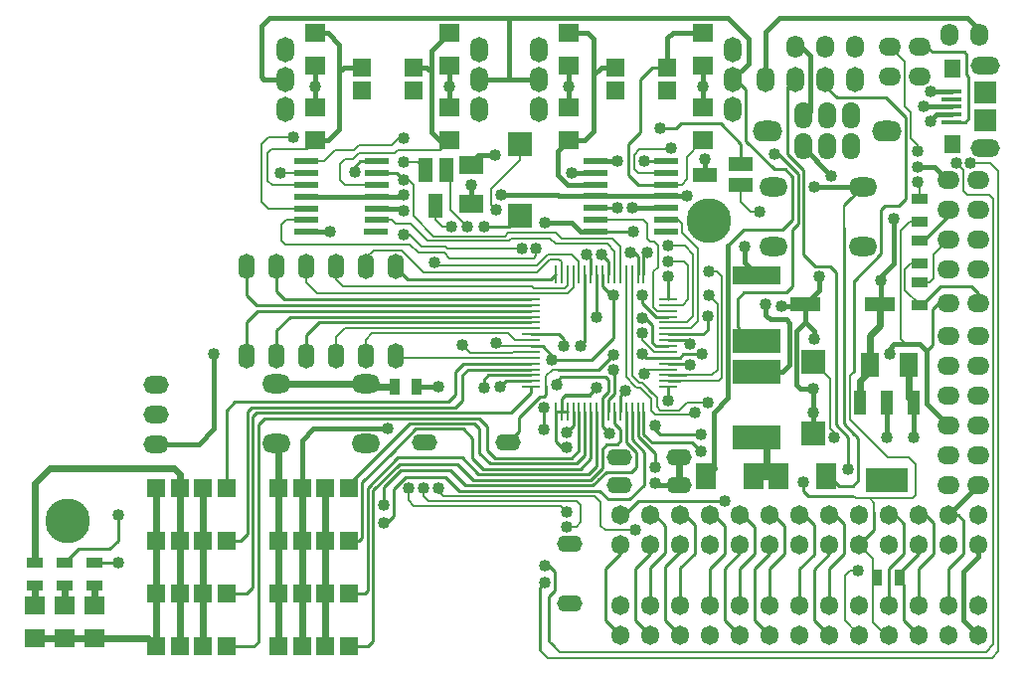
<source format=gtl>
G04 (created by PCBNEW (2013-07-07 BZR 4022)-stable) date 9/7/2556 23:50:31*
%MOIN*%
G04 Gerber Fmt 3.4, Leading zero omitted, Abs format*
%FSLAX34Y34*%
G01*
G70*
G90*
G04 APERTURE LIST*
%ADD10C,0.00590551*%
%ADD11O,0.06X0.065*%
%ADD12C,0.15*%
%ADD13O,0.06X0.085*%
%ADD14R,0.0709X0.0629*%
%ADD15O,0.085X0.055*%
%ADD16O,0.095X0.064*%
%ADD17O,0.06X0.09*%
%ADD18O,0.1X0.07*%
%ADD19R,0.01X0.06*%
%ADD20R,0.06X0.01*%
%ADD21O,0.055X0.085*%
%ADD22R,0.144X0.08*%
%ADD23R,0.04X0.08*%
%ADD24R,0.0787X0.0197*%
%ADD25O,0.085X0.06*%
%ADD26R,0.0787X0.0787*%
%ADD27O,0.075X0.06*%
%ADD28R,0.045X0.08*%
%ADD29R,0.08X0.045*%
%ADD30R,0.055X0.035*%
%ADD31R,0.16X0.08*%
%ADD32R,0.0709X0.0866*%
%ADD33R,0.0984X0.0472*%
%ADD34R,0.08X0.06*%
%ADD35R,0.06X0.08*%
%ADD36R,0.16X0.06*%
%ADD37R,0.035X0.055*%
%ADD38R,0.07X0.0157*%
%ADD39R,0.0551X0.063*%
%ADD40R,0.0748X0.0748*%
%ADD41O,0.0984X0.0594*%
%ADD42O,0.0984X0.06*%
%ADD43R,0.063X0.063*%
%ADD44O,0.06X0.075*%
%ADD45C,0.04*%
%ADD46C,0.01*%
%ADD47C,0.024*%
%ADD48C,0.008*%
%ADD49C,0.015*%
G04 APERTURE END LIST*
G54D10*
G54D11*
X71949Y-48170D03*
X71949Y-49170D03*
X70949Y-48170D03*
X70949Y-49170D03*
X69949Y-48170D03*
X69949Y-49170D03*
X68949Y-48170D03*
X68949Y-49170D03*
X67949Y-48170D03*
X67949Y-49170D03*
X66949Y-48170D03*
X66949Y-49170D03*
X65949Y-48170D03*
X65949Y-49170D03*
X64949Y-48170D03*
X64949Y-49170D03*
X63949Y-48170D03*
X63949Y-49170D03*
X62949Y-48170D03*
X62949Y-49170D03*
X61949Y-48170D03*
X61949Y-49170D03*
X60949Y-48170D03*
X60949Y-49170D03*
X59949Y-48170D03*
X59949Y-49170D03*
G54D12*
X41402Y-45342D03*
X62898Y-35283D03*
G54D13*
X64820Y-30520D03*
X65820Y-30520D03*
X66820Y-30520D03*
X67820Y-30520D03*
G54D14*
X40320Y-48161D03*
X40320Y-49279D03*
G54D15*
X58246Y-48116D03*
X58246Y-46116D03*
G54D16*
X68070Y-34120D03*
X68070Y-36120D03*
X65070Y-34120D03*
X65070Y-36120D03*
G54D17*
X67670Y-31750D03*
X67670Y-32770D03*
X66870Y-31750D03*
X66870Y-32770D03*
X66070Y-31750D03*
X66070Y-32770D03*
G54D18*
X64870Y-32260D03*
X68870Y-32260D03*
G54D15*
X61914Y-43204D03*
X59914Y-43204D03*
G54D14*
X41320Y-48161D03*
X41320Y-49279D03*
X42320Y-48161D03*
X42320Y-49279D03*
G54D19*
X59743Y-37071D03*
X59548Y-37071D03*
X59353Y-37071D03*
X59153Y-37071D03*
X58958Y-37071D03*
X58763Y-37071D03*
X58563Y-37071D03*
X58368Y-37071D03*
X58173Y-37071D03*
X57973Y-37071D03*
X57778Y-37071D03*
X59743Y-41671D03*
X59548Y-41671D03*
X59353Y-41671D03*
X59153Y-41671D03*
X58958Y-41671D03*
X58763Y-41671D03*
X58563Y-41671D03*
X58368Y-41671D03*
X58173Y-41671D03*
X57973Y-41671D03*
X57778Y-41671D03*
G54D20*
X61553Y-37896D03*
X61553Y-38091D03*
X61553Y-38291D03*
X61553Y-38486D03*
X61553Y-38681D03*
X61553Y-38881D03*
X61553Y-39076D03*
X61553Y-39271D03*
X61553Y-39471D03*
X61553Y-39666D03*
X61553Y-39861D03*
X56953Y-39861D03*
X56953Y-39666D03*
X56953Y-39471D03*
X56953Y-39271D03*
X56953Y-39076D03*
X56953Y-38881D03*
X56953Y-38681D03*
X56953Y-38486D03*
X56953Y-38291D03*
X56953Y-38091D03*
X56953Y-37896D03*
X56953Y-40061D03*
X56953Y-40256D03*
X56953Y-40451D03*
X56953Y-40651D03*
X56953Y-40846D03*
X61553Y-40846D03*
X61553Y-40651D03*
X61553Y-40451D03*
X61553Y-40256D03*
X61553Y-40061D03*
G54D19*
X59943Y-41671D03*
X60138Y-41671D03*
X60333Y-41671D03*
X60533Y-41671D03*
X60728Y-41671D03*
X59943Y-37071D03*
X60138Y-37071D03*
X60333Y-37071D03*
X60533Y-37071D03*
X60728Y-37071D03*
G54D21*
X52423Y-36816D03*
X47423Y-36816D03*
X47423Y-39808D03*
X52423Y-39808D03*
X51423Y-39808D03*
X50423Y-39808D03*
X49423Y-39808D03*
X48423Y-39808D03*
X51423Y-36816D03*
X50423Y-36816D03*
X49423Y-36816D03*
X48423Y-36816D03*
G54D22*
X68880Y-43980D03*
G54D23*
X68880Y-41380D03*
X67980Y-41380D03*
X69780Y-41380D03*
G54D13*
X63720Y-31520D03*
X63720Y-30520D03*
X63720Y-29520D03*
X57220Y-31520D03*
X57220Y-30520D03*
X57220Y-29520D03*
X55220Y-31520D03*
X55220Y-30520D03*
X55220Y-29520D03*
X48720Y-31520D03*
X48720Y-30520D03*
X48720Y-29520D03*
G54D24*
X51763Y-35643D03*
X51764Y-35249D03*
X51764Y-34856D03*
X51764Y-34462D03*
X51764Y-34068D03*
X51764Y-33674D03*
X51764Y-33281D03*
X49401Y-35643D03*
X49401Y-35249D03*
X49401Y-34856D03*
X49401Y-34462D03*
X49401Y-34068D03*
X49401Y-33674D03*
X49401Y-33281D03*
X61471Y-35631D03*
X61472Y-35237D03*
X61472Y-34844D03*
X61472Y-34450D03*
X61472Y-34056D03*
X61472Y-33662D03*
X61472Y-33269D03*
X59109Y-35631D03*
X59109Y-35237D03*
X59109Y-34844D03*
X59109Y-34450D03*
X59109Y-34056D03*
X59109Y-33662D03*
X59109Y-33269D03*
G54D25*
X44370Y-40760D03*
X44370Y-41760D03*
X44370Y-42760D03*
G54D26*
X56580Y-32700D03*
X56580Y-35100D03*
G54D15*
X61914Y-44136D03*
X59914Y-44136D03*
G54D27*
X70950Y-43150D03*
X70950Y-42150D03*
X70950Y-41150D03*
X70950Y-40150D03*
X70950Y-39150D03*
G54D28*
X53410Y-33581D03*
X54110Y-33581D03*
X53760Y-34781D03*
G54D29*
X63992Y-33373D03*
X63992Y-34073D03*
X62792Y-33723D03*
G54D30*
X69970Y-38095D03*
X69970Y-37345D03*
X69970Y-36695D03*
X69970Y-35945D03*
X41320Y-46745D03*
X41320Y-47495D03*
X42320Y-46745D03*
X42320Y-47495D03*
G54D27*
X71946Y-33906D03*
X71946Y-34906D03*
X71946Y-35906D03*
X71946Y-36906D03*
G54D30*
X69970Y-35295D03*
X69970Y-34545D03*
G54D31*
X64526Y-40348D03*
X64526Y-42548D03*
G54D27*
X69970Y-30420D03*
X69970Y-29420D03*
X71948Y-38028D03*
X70948Y-38028D03*
G54D14*
X58220Y-28961D03*
X58220Y-30079D03*
X62720Y-28961D03*
X62720Y-30079D03*
G54D32*
X66836Y-43828D03*
X65256Y-43828D03*
X64410Y-43820D03*
X62830Y-43820D03*
G54D33*
X68660Y-38060D03*
X66160Y-38060D03*
G54D34*
X54957Y-33405D03*
X54957Y-34705D03*
G54D35*
X69614Y-40118D03*
X68314Y-40118D03*
G54D26*
X66416Y-40002D03*
X66416Y-42402D03*
G54D14*
X49720Y-28961D03*
X49720Y-30079D03*
X54220Y-28961D03*
X54220Y-30079D03*
G54D31*
X64530Y-39290D03*
G54D36*
X64530Y-37090D03*
G54D16*
X48420Y-42720D03*
X48420Y-40720D03*
X51420Y-42720D03*
X51420Y-40720D03*
G54D37*
X53129Y-40838D03*
X52379Y-40838D03*
G54D11*
X71951Y-45149D03*
X71951Y-46149D03*
X70951Y-45149D03*
X70951Y-46149D03*
X69951Y-45149D03*
X69951Y-46149D03*
X68951Y-45149D03*
X68951Y-46149D03*
X67951Y-45149D03*
X67951Y-46149D03*
X66951Y-45149D03*
X66951Y-46149D03*
X65951Y-45149D03*
X65951Y-46149D03*
X64951Y-45149D03*
X64951Y-46149D03*
X63951Y-45149D03*
X63951Y-46149D03*
X62951Y-45149D03*
X62951Y-46149D03*
X61951Y-45149D03*
X61951Y-46149D03*
X60951Y-45149D03*
X60951Y-46149D03*
X59951Y-45149D03*
X59951Y-46149D03*
G54D14*
X49720Y-31461D03*
X49720Y-32579D03*
X54220Y-31461D03*
X54220Y-32579D03*
X58220Y-31461D03*
X58220Y-32579D03*
X62720Y-31461D03*
X62720Y-32579D03*
G54D38*
X71050Y-31444D03*
X71050Y-31188D03*
X71050Y-31700D03*
X71050Y-31956D03*
X71050Y-30932D03*
G54D39*
X71090Y-32704D03*
X71090Y-30184D03*
G54D40*
X72192Y-31916D03*
X72192Y-30972D03*
G54D41*
X72192Y-32822D03*
G54D42*
X72192Y-30066D03*
G54D27*
X68970Y-29420D03*
X68970Y-30420D03*
G54D15*
X56183Y-42714D03*
X53383Y-42714D03*
G54D43*
X50850Y-47775D03*
X50063Y-47775D03*
X49275Y-47775D03*
X48488Y-47775D03*
X50850Y-49550D03*
X50063Y-49550D03*
X49275Y-49550D03*
X48488Y-49550D03*
X61520Y-30120D03*
X61520Y-30907D03*
G54D37*
X68556Y-47226D03*
X69306Y-47226D03*
G54D30*
X40320Y-46745D03*
X40320Y-47495D03*
G54D27*
X70947Y-44150D03*
X71947Y-44150D03*
G54D43*
X51270Y-30120D03*
X51270Y-30907D03*
X53020Y-30120D03*
X53020Y-30907D03*
X59770Y-30120D03*
X59770Y-30907D03*
X46750Y-44225D03*
X45963Y-44225D03*
X45175Y-44225D03*
X44388Y-44225D03*
X46750Y-46000D03*
X45963Y-46000D03*
X45175Y-46000D03*
X44388Y-46000D03*
X46750Y-47775D03*
X45963Y-47775D03*
X45175Y-47775D03*
X44388Y-47775D03*
X46750Y-49550D03*
X45963Y-49550D03*
X45175Y-49550D03*
X44388Y-49550D03*
X50850Y-44225D03*
X50063Y-44225D03*
X49275Y-44225D03*
X48488Y-44225D03*
X50850Y-46000D03*
X50063Y-46000D03*
X49275Y-46000D03*
X48488Y-46000D03*
G54D27*
X70952Y-33906D03*
X70952Y-34906D03*
X70952Y-35906D03*
X70952Y-36906D03*
G54D44*
X65820Y-29420D03*
X66820Y-29420D03*
X67820Y-29420D03*
X70970Y-29020D03*
X71970Y-29020D03*
G54D27*
X71950Y-43150D03*
X71950Y-42150D03*
X71950Y-41150D03*
X71950Y-40150D03*
X71950Y-39150D03*
G54D45*
X58152Y-42874D03*
X60670Y-39720D03*
X68880Y-42546D03*
X54957Y-34056D03*
X52848Y-44241D03*
X62684Y-39741D03*
X59153Y-38505D03*
X52140Y-42240D03*
X53832Y-40838D03*
X58145Y-45020D03*
X59703Y-40266D03*
X68964Y-39742D03*
X67118Y-42544D03*
X59160Y-40881D03*
X46320Y-39735D03*
X62792Y-33198D03*
X68667Y-37266D03*
X69120Y-35187D03*
X64818Y-38067D03*
X67019Y-33755D03*
X54266Y-35456D03*
X53715Y-36681D03*
X54804Y-35463D03*
X48561Y-33675D03*
X56640Y-36195D03*
X59316Y-36393D03*
X52673Y-35721D03*
X58830Y-36393D03*
X57129Y-36201D03*
X52668Y-33906D03*
X58314Y-33660D03*
X60670Y-37770D03*
X61638Y-32844D03*
X61554Y-36098D03*
X64620Y-34970D03*
X61554Y-36648D03*
X55776Y-39374D03*
X53856Y-44247D03*
X60375Y-35631D03*
X57661Y-39931D03*
X59577Y-42405D03*
X63456Y-44676D03*
X70353Y-30929D03*
X66417Y-41694D03*
X62290Y-39410D03*
X65351Y-38129D03*
X66459Y-39225D03*
X69780Y-42544D03*
X69920Y-33456D03*
X66628Y-37136D03*
X66459Y-34119D03*
X50199Y-35643D03*
X55782Y-34902D03*
X51032Y-33624D03*
X59716Y-37767D03*
X58154Y-42363D03*
X60445Y-45647D03*
X61120Y-44070D03*
X57408Y-35334D03*
X55756Y-33082D03*
X60736Y-33268D03*
X57798Y-40766D03*
X66420Y-40916D03*
X58145Y-45520D03*
X60762Y-40398D03*
X53345Y-44220D03*
X60847Y-36343D03*
X55366Y-40870D03*
X70106Y-31446D03*
X71208Y-33320D03*
X57417Y-46845D03*
X71694Y-33330D03*
X55926Y-40851D03*
X57416Y-47399D03*
X70353Y-31932D03*
X58617Y-39456D03*
X52000Y-44800D03*
X43107Y-45144D03*
X52000Y-45400D03*
X43107Y-46746D03*
X48983Y-32463D03*
X52668Y-34952D03*
X59853Y-34848D03*
X60341Y-34848D03*
X62637Y-42444D03*
X61120Y-42120D03*
X58049Y-39454D03*
X62446Y-41716D03*
X62868Y-41356D03*
X65112Y-33024D03*
X54642Y-39431D03*
X55377Y-35466D03*
X60670Y-39020D03*
X60670Y-38520D03*
X61553Y-41292D03*
X59703Y-39759D03*
X61553Y-37141D03*
X69918Y-33975D03*
X61292Y-32165D03*
X59855Y-33273D03*
X52668Y-32502D03*
X52668Y-33318D03*
X58220Y-30770D03*
X62720Y-30770D03*
X54220Y-30770D03*
X49720Y-30770D03*
X62874Y-38478D03*
X62289Y-40095D03*
X62640Y-43012D03*
X66084Y-44036D03*
X60288Y-36352D03*
X62902Y-36953D03*
X62906Y-37769D03*
X60120Y-40970D03*
X57369Y-42279D03*
X57370Y-41546D03*
X67928Y-46991D03*
X61120Y-43520D03*
X67587Y-43596D03*
X69921Y-32946D03*
X62181Y-34439D03*
X55936Y-34394D03*
X52671Y-34395D03*
X64098Y-36126D03*
G54D46*
X61553Y-39861D02*
X61934Y-39861D01*
G54D47*
X43700Y-43582D02*
X44982Y-43582D01*
G54D48*
X69970Y-35295D02*
X69650Y-35295D01*
G54D47*
X49275Y-44225D02*
X49275Y-46000D01*
G54D46*
X59740Y-40814D02*
X59740Y-41072D01*
G54D49*
X70215Y-39722D02*
X70215Y-39645D01*
G54D48*
X69650Y-35295D02*
X69332Y-35613D01*
G54D46*
X59740Y-40303D02*
X59703Y-40266D01*
G54D48*
X66975Y-40561D02*
X66416Y-40002D01*
X53020Y-44820D02*
X57945Y-44820D01*
G54D49*
X69108Y-39414D02*
X69500Y-39414D01*
G54D46*
X70420Y-38220D02*
X70420Y-39440D01*
X59740Y-40814D02*
X59740Y-40303D01*
G54D48*
X69332Y-35613D02*
X69332Y-38276D01*
G54D46*
X57973Y-41239D02*
X58086Y-41126D01*
X62054Y-39741D02*
X62684Y-39741D01*
G54D47*
X49275Y-47775D02*
X49275Y-49550D01*
G54D46*
X60811Y-39861D02*
X60670Y-39720D01*
G54D48*
X66975Y-42240D02*
X66975Y-41979D01*
G54D46*
X57973Y-41239D02*
X58100Y-41112D01*
X57973Y-41239D02*
X58100Y-41112D01*
G54D49*
X68964Y-39742D02*
X68964Y-39558D01*
G54D48*
X69332Y-38276D02*
X69332Y-39246D01*
G54D47*
X45175Y-43775D02*
X45175Y-44225D01*
G54D46*
X58173Y-41671D02*
X57973Y-41671D01*
G54D47*
X45175Y-47775D02*
X45175Y-49550D01*
X45175Y-46000D02*
X45175Y-47775D01*
G54D46*
X58100Y-41112D02*
X58929Y-41112D01*
X57778Y-41671D02*
X57778Y-42658D01*
G54D48*
X67118Y-42383D02*
X66975Y-42240D01*
G54D47*
X44856Y-43582D02*
X43700Y-43582D01*
G54D48*
X69332Y-39246D02*
X69500Y-39414D01*
G54D46*
X58929Y-41112D02*
X59160Y-40881D01*
X59740Y-41072D02*
X59545Y-41267D01*
G54D47*
X49275Y-46000D02*
X49275Y-47775D01*
X40320Y-46745D02*
X40320Y-44070D01*
G54D48*
X52848Y-44241D02*
X52848Y-44648D01*
G54D46*
X70420Y-39440D02*
X70215Y-39645D01*
X70948Y-38028D02*
X70612Y-38028D01*
G54D49*
X50200Y-42240D02*
X49660Y-42240D01*
G54D46*
X57994Y-42874D02*
X58152Y-42874D01*
X58086Y-41126D02*
X58353Y-41126D01*
G54D48*
X52848Y-44648D02*
X53020Y-44820D01*
G54D46*
X59548Y-41671D02*
X59548Y-41267D01*
G54D47*
X45175Y-44225D02*
X45175Y-46000D01*
G54D46*
X58100Y-41112D02*
X58929Y-41112D01*
G54D47*
X43700Y-43582D02*
X40808Y-43582D01*
G54D49*
X49660Y-42240D02*
X49275Y-42625D01*
G54D47*
X44982Y-43582D02*
X45175Y-43775D01*
G54D49*
X70215Y-41415D02*
X70950Y-42150D01*
G54D48*
X57945Y-44820D02*
X58145Y-45020D01*
G54D49*
X53129Y-40838D02*
X53832Y-40838D01*
G54D46*
X61934Y-39861D02*
X62054Y-39741D01*
X61553Y-39861D02*
X60811Y-39861D01*
X59545Y-41267D02*
X59548Y-41267D01*
G54D49*
X49275Y-42625D02*
X49275Y-44225D01*
G54D46*
X58353Y-41126D02*
X58915Y-41126D01*
X57778Y-42658D02*
X57994Y-42874D01*
G54D49*
X69984Y-39414D02*
X70215Y-39645D01*
G54D46*
X59153Y-37770D02*
X59153Y-38460D01*
G54D49*
X50200Y-42240D02*
X49663Y-42240D01*
G54D46*
X58915Y-41126D02*
X59160Y-40881D01*
G54D49*
X69500Y-39414D02*
X69984Y-39414D01*
G54D48*
X66975Y-41979D02*
X66975Y-40561D01*
G54D49*
X52140Y-42240D02*
X50200Y-42240D01*
G54D46*
X57973Y-41671D02*
X57973Y-41239D01*
G54D48*
X67118Y-42544D02*
X67118Y-42383D01*
G54D46*
X58929Y-41112D02*
X59160Y-40881D01*
G54D47*
X40808Y-43582D02*
X40320Y-44070D01*
G54D49*
X68880Y-41380D02*
X68880Y-42546D01*
G54D46*
X57778Y-41671D02*
X57973Y-41671D01*
X59153Y-38460D02*
X59153Y-38505D01*
X59153Y-37071D02*
X59153Y-37770D01*
G54D49*
X54957Y-34705D02*
X54957Y-34056D01*
X70215Y-39722D02*
X70215Y-41415D01*
G54D46*
X70612Y-38028D02*
X70420Y-38220D01*
G54D49*
X68964Y-39558D02*
X69108Y-39414D01*
X68667Y-37266D02*
X68667Y-38053D01*
X65625Y-38710D02*
X65499Y-38584D01*
G54D48*
X53760Y-35231D02*
X53985Y-35456D01*
G54D49*
X65499Y-38584D02*
X64967Y-38584D01*
X64824Y-38441D02*
X64824Y-38073D01*
G54D47*
X68314Y-40118D02*
X68314Y-40312D01*
G54D49*
X64526Y-40348D02*
X65373Y-40348D01*
X68667Y-38053D02*
X68660Y-38060D01*
G54D48*
X53760Y-34781D02*
X53760Y-35231D01*
G54D47*
X67980Y-40646D02*
X67980Y-41380D01*
X68314Y-40312D02*
X67980Y-40646D01*
G54D49*
X46320Y-42240D02*
X45800Y-42760D01*
X46320Y-39735D02*
X46320Y-42240D01*
X65625Y-40096D02*
X65625Y-38710D01*
X64967Y-38584D02*
X64824Y-38441D01*
X62792Y-33198D02*
X62792Y-33723D01*
G54D47*
X68660Y-38776D02*
X68660Y-38060D01*
X68314Y-40118D02*
X68314Y-39122D01*
G54D49*
X45800Y-42760D02*
X44370Y-42760D01*
X66318Y-29736D02*
X66318Y-31612D01*
X65820Y-29420D02*
X66002Y-29420D01*
X66070Y-32806D02*
X67019Y-33755D01*
X66070Y-32660D02*
X66070Y-32806D01*
X68667Y-37266D02*
X68667Y-37152D01*
G54D48*
X53985Y-35456D02*
X54266Y-35456D01*
G54D49*
X65373Y-40348D02*
X65625Y-40096D01*
X69120Y-36699D02*
X69120Y-35187D01*
X64824Y-38073D02*
X64818Y-38067D01*
G54D47*
X68314Y-39122D02*
X68660Y-38776D01*
G54D49*
X68667Y-37152D02*
X69120Y-36699D01*
X66318Y-31612D02*
X66070Y-31860D01*
X66002Y-29420D02*
X66318Y-29736D01*
G54D48*
X54252Y-34776D02*
X54252Y-34911D01*
X54252Y-34776D02*
X54252Y-33723D01*
X53790Y-36756D02*
X53715Y-36681D01*
X58563Y-36645D02*
X58326Y-36408D01*
X58563Y-37071D02*
X58563Y-36645D01*
X57156Y-36756D02*
X56574Y-36756D01*
X54252Y-34911D02*
X54804Y-35463D01*
X57510Y-36408D02*
X57504Y-36408D01*
X57504Y-36408D02*
X57156Y-36756D01*
X56574Y-36756D02*
X53790Y-36756D01*
X58326Y-36408D02*
X57510Y-36408D01*
X56574Y-36756D02*
X56376Y-36756D01*
X54252Y-33723D02*
X54110Y-33581D01*
X53285Y-36131D02*
X54082Y-36131D01*
G54D46*
X59548Y-36625D02*
X59548Y-37071D01*
G54D48*
X56640Y-36195D02*
X54146Y-36195D01*
G54D46*
X59548Y-36625D02*
X59316Y-36393D01*
G54D48*
X52875Y-35721D02*
X53285Y-36131D01*
X54146Y-36195D02*
X54082Y-36131D01*
G54D46*
X52673Y-35721D02*
X52875Y-35721D01*
G54D48*
X48562Y-33674D02*
X48561Y-33675D01*
X49401Y-33674D02*
X48562Y-33674D01*
X54228Y-36531D02*
X54228Y-36528D01*
X48582Y-35411D02*
X48582Y-35923D01*
X53595Y-36344D02*
X53165Y-36344D01*
X53595Y-36344D02*
X54041Y-36344D01*
G54D46*
X58958Y-37071D02*
X58958Y-36521D01*
G54D48*
X48744Y-35249D02*
X48582Y-35411D01*
X57129Y-36201D02*
X57129Y-36444D01*
X56910Y-36531D02*
X54225Y-36531D01*
X57042Y-36531D02*
X56910Y-36531D01*
X57129Y-36444D02*
X57042Y-36531D01*
X54228Y-36528D02*
X54225Y-36531D01*
X48728Y-36069D02*
X48910Y-36069D01*
X54041Y-36344D02*
X54228Y-36531D01*
X53165Y-36344D02*
X52890Y-36069D01*
X48744Y-35249D02*
X49401Y-35249D01*
X52890Y-36069D02*
X48910Y-36069D01*
G54D46*
X58958Y-36521D02*
X58830Y-36393D01*
G54D48*
X48582Y-35923D02*
X48728Y-36069D01*
X56910Y-36531D02*
X56390Y-36531D01*
X59682Y-35864D02*
X59202Y-35864D01*
X59943Y-36125D02*
X59682Y-35864D01*
X59202Y-35864D02*
X59139Y-35864D01*
X53016Y-34062D02*
X53016Y-35115D01*
X56074Y-35789D02*
X56178Y-35685D01*
G54D46*
X51764Y-33674D02*
X52436Y-33674D01*
G54D48*
X59943Y-37071D02*
X59943Y-36125D01*
X57968Y-35864D02*
X57789Y-35685D01*
X52668Y-33906D02*
X52860Y-33906D01*
X53690Y-35789D02*
X56074Y-35789D01*
G54D46*
X52436Y-33674D02*
X52668Y-33906D01*
G54D48*
X57176Y-35685D02*
X56178Y-35685D01*
X57789Y-35685D02*
X57176Y-35685D01*
X52860Y-33906D02*
X53016Y-34062D01*
X59202Y-35864D02*
X57968Y-35864D01*
X57176Y-35685D02*
X57132Y-35685D01*
X53016Y-35115D02*
X53690Y-35789D01*
X52425Y-35379D02*
X52907Y-35379D01*
X57438Y-35872D02*
X57150Y-35872D01*
X59743Y-36293D02*
X59498Y-36048D01*
X57770Y-36048D02*
X57594Y-35872D01*
X59315Y-36048D02*
X59172Y-36048D01*
X52907Y-35379D02*
X53479Y-35951D01*
X57150Y-35872D02*
X56680Y-35872D01*
X59743Y-37071D02*
X59743Y-36293D01*
X57594Y-35872D02*
X57438Y-35872D01*
X59498Y-36048D02*
X59315Y-36048D01*
X56205Y-35951D02*
X54324Y-35951D01*
X56284Y-35872D02*
X56205Y-35951D01*
X57438Y-35872D02*
X56284Y-35872D01*
X59315Y-36048D02*
X57770Y-36048D01*
X52295Y-35249D02*
X51764Y-35249D01*
X52295Y-35249D02*
X52425Y-35379D01*
X53479Y-35951D02*
X54324Y-35951D01*
G54D49*
X58316Y-33662D02*
X59109Y-33662D01*
X58316Y-33662D02*
X58314Y-33660D01*
G54D46*
X60670Y-38020D02*
X60670Y-37770D01*
X61136Y-38486D02*
X60670Y-38020D01*
X61553Y-38486D02*
X61136Y-38486D01*
G54D48*
X61062Y-38157D02*
X61062Y-36983D01*
X60698Y-35237D02*
X60843Y-35382D01*
X61226Y-36459D02*
X61226Y-36098D01*
X60843Y-35382D02*
X60843Y-35853D01*
X60843Y-35853D02*
X60957Y-35967D01*
X61062Y-36983D02*
X61226Y-36819D01*
X59109Y-35237D02*
X59691Y-35237D01*
X59691Y-35237D02*
X60698Y-35237D01*
X61553Y-38291D02*
X61196Y-38291D01*
X61095Y-35967D02*
X60957Y-35967D01*
X61226Y-36459D02*
X61226Y-36819D01*
X61196Y-38291D02*
X61062Y-38157D01*
X61226Y-36098D02*
X61095Y-35967D01*
X61472Y-33662D02*
X60533Y-33662D01*
X60533Y-33662D02*
X60414Y-33543D01*
X62176Y-38681D02*
X62388Y-38469D01*
X60414Y-33057D02*
X60591Y-32880D01*
X62388Y-36388D02*
X62098Y-36098D01*
X62098Y-36098D02*
X61554Y-36098D01*
X61554Y-36098D02*
X61885Y-36098D01*
X61553Y-38681D02*
X62176Y-38681D01*
X60591Y-32880D02*
X60768Y-32880D01*
X60533Y-33662D02*
X60414Y-33543D01*
G54D46*
X61602Y-32880D02*
X61638Y-32844D01*
G54D48*
X60414Y-33543D02*
X60414Y-33057D01*
X60768Y-32880D02*
X61602Y-32880D01*
X62388Y-38469D02*
X62388Y-36388D01*
X51423Y-39257D02*
X51423Y-39808D01*
X51628Y-39052D02*
X51423Y-39257D01*
X56953Y-39271D02*
X56405Y-39271D01*
X56186Y-39052D02*
X51628Y-39052D01*
X56405Y-39271D02*
X56186Y-39052D01*
G54D46*
X56017Y-38291D02*
X56015Y-38293D01*
X47787Y-38293D02*
X47423Y-38657D01*
X56015Y-38293D02*
X47787Y-38293D01*
X56953Y-38291D02*
X56017Y-38291D01*
X47423Y-38657D02*
X47423Y-39808D01*
G54D48*
X49423Y-37338D02*
X49771Y-37686D01*
X50800Y-37686D02*
X50892Y-37686D01*
X50892Y-37686D02*
X50914Y-37686D01*
X49771Y-37686D02*
X50800Y-37686D01*
X58182Y-37686D02*
X58368Y-37500D01*
X58368Y-37500D02*
X58368Y-37071D01*
X49423Y-36816D02*
X49423Y-37338D01*
X50800Y-37686D02*
X58182Y-37686D01*
X53357Y-37017D02*
X52598Y-36258D01*
X57973Y-36652D02*
X57891Y-36570D01*
X51423Y-36816D02*
X51423Y-36507D01*
X56714Y-37017D02*
X56580Y-37017D01*
X56714Y-37017D02*
X53357Y-37017D01*
X57588Y-36570D02*
X57141Y-37017D01*
X57891Y-36570D02*
X57588Y-36570D01*
X57141Y-37017D02*
X56714Y-37017D01*
X57973Y-37071D02*
X57973Y-36652D01*
X52598Y-36258D02*
X53346Y-37006D01*
X51672Y-36258D02*
X52598Y-36258D01*
X51423Y-36507D02*
X51672Y-36258D01*
X56953Y-39861D02*
X52476Y-39861D01*
X52476Y-39861D02*
X52423Y-39808D01*
G54D46*
X56953Y-38681D02*
X56027Y-38681D01*
X49423Y-39107D02*
X49423Y-39808D01*
X49849Y-38681D02*
X49423Y-39107D01*
X56027Y-38681D02*
X49849Y-38681D01*
X56120Y-38486D02*
X48864Y-38486D01*
X48423Y-38927D02*
X48423Y-39808D01*
X56120Y-38486D02*
X56085Y-38486D01*
X48864Y-38486D02*
X48423Y-38927D01*
X56953Y-38486D02*
X56120Y-38486D01*
X56085Y-38486D02*
X56084Y-38487D01*
X55981Y-38091D02*
X47731Y-38091D01*
X56953Y-38091D02*
X55981Y-38091D01*
X47423Y-37783D02*
X47423Y-36816D01*
X55981Y-38091D02*
X55981Y-38091D01*
X47731Y-38091D02*
X47423Y-37783D01*
X55981Y-38091D02*
X55979Y-38089D01*
G54D48*
X58173Y-37071D02*
X58173Y-37437D01*
X58173Y-37437D02*
X58085Y-37525D01*
X50655Y-37465D02*
X56978Y-37465D01*
X57038Y-37525D02*
X57758Y-37525D01*
X56978Y-37465D02*
X57038Y-37525D01*
X50423Y-36816D02*
X50423Y-37233D01*
X50423Y-37233D02*
X50655Y-37465D01*
X58085Y-37525D02*
X57758Y-37525D01*
G54D46*
X52423Y-36843D02*
X52817Y-37237D01*
X57612Y-37237D02*
X57778Y-37071D01*
X52817Y-37237D02*
X57612Y-37237D01*
X52423Y-36816D02*
X52423Y-36843D01*
G54D48*
X55983Y-38881D02*
X50699Y-38881D01*
X50699Y-38881D02*
X50423Y-39157D01*
X50423Y-39157D02*
X50423Y-39808D01*
X56953Y-38881D02*
X55983Y-38881D01*
G54D46*
X55976Y-37896D02*
X48696Y-37896D01*
X56953Y-37896D02*
X55976Y-37896D01*
X55973Y-37896D02*
X55972Y-37897D01*
X48423Y-37623D02*
X48423Y-36816D01*
X48696Y-37896D02*
X48423Y-37623D01*
X55976Y-37896D02*
X55973Y-37896D01*
G54D48*
X62226Y-37913D02*
X62226Y-36781D01*
X64620Y-34970D02*
X64320Y-34970D01*
X62093Y-36648D02*
X61554Y-36648D01*
X62053Y-38091D02*
X61553Y-38091D01*
X64320Y-34970D02*
X63992Y-34642D01*
X62226Y-36781D02*
X62093Y-36648D01*
X62053Y-38091D02*
X61553Y-38091D01*
X61553Y-38091D02*
X62048Y-38091D01*
X62048Y-38091D02*
X62226Y-37913D01*
X63992Y-34642D02*
X63992Y-34073D01*
X61553Y-38881D02*
X62303Y-38881D01*
X62550Y-36262D02*
X62550Y-36196D01*
X61472Y-35237D02*
X61889Y-35237D01*
X62303Y-38881D02*
X62550Y-38634D01*
X62020Y-35666D02*
X62020Y-35368D01*
X62550Y-38634D02*
X62550Y-36262D01*
X62020Y-35368D02*
X62020Y-35666D01*
X62550Y-36196D02*
X62020Y-35666D01*
X62020Y-35368D02*
X61889Y-35237D01*
X61889Y-35237D02*
X62020Y-35368D01*
G54D46*
X53631Y-41342D02*
X47018Y-41342D01*
X46740Y-44215D02*
X46750Y-44225D01*
X54697Y-40061D02*
X54426Y-40332D01*
X55838Y-40061D02*
X55341Y-40061D01*
X47018Y-41342D02*
X46740Y-41620D01*
X54426Y-40332D02*
X54426Y-41109D01*
X46740Y-42000D02*
X46740Y-44215D01*
X55341Y-40061D02*
X54697Y-40061D01*
X46740Y-42000D02*
X46740Y-41620D01*
X54426Y-41109D02*
X54193Y-41342D01*
X55838Y-40061D02*
X56953Y-40061D01*
X46740Y-42084D02*
X46740Y-42000D01*
X54193Y-41342D02*
X53631Y-41342D01*
X47436Y-45764D02*
X47436Y-45400D01*
X53953Y-41524D02*
X48000Y-41524D01*
X54656Y-40446D02*
X54656Y-41293D01*
X47200Y-46000D02*
X47436Y-45764D01*
X46750Y-46000D02*
X47200Y-46000D01*
X47436Y-45400D02*
X47436Y-41832D01*
X47576Y-41524D02*
X47436Y-41664D01*
X48000Y-41524D02*
X47576Y-41524D01*
X54425Y-41524D02*
X53953Y-41524D01*
X56953Y-40256D02*
X55963Y-40256D01*
X54846Y-40256D02*
X54656Y-40446D01*
X54656Y-41293D02*
X54425Y-41524D01*
X47436Y-41832D02*
X47436Y-41756D01*
X55963Y-40256D02*
X55615Y-40256D01*
X55615Y-40256D02*
X54846Y-40256D01*
X47436Y-41664D02*
X47436Y-41832D01*
X56953Y-40846D02*
X56953Y-41047D01*
X56953Y-41047D02*
X56294Y-41706D01*
X47425Y-47775D02*
X46750Y-47775D01*
X47618Y-47582D02*
X47425Y-47775D01*
X47744Y-41706D02*
X47618Y-41832D01*
X48200Y-41706D02*
X47744Y-41706D01*
X47618Y-41832D02*
X47618Y-47582D01*
X56294Y-41706D02*
X48200Y-41706D01*
X58958Y-42917D02*
X58958Y-41671D01*
X55980Y-43596D02*
X55359Y-43596D01*
X53840Y-42252D02*
X53088Y-42252D01*
X53088Y-42252D02*
X52321Y-43019D01*
X55998Y-43596D02*
X55980Y-43596D01*
X58604Y-43596D02*
X55998Y-43596D01*
X54005Y-42252D02*
X53840Y-42252D01*
X54990Y-42556D02*
X54686Y-42252D01*
X51296Y-44460D02*
X51296Y-44044D01*
X54686Y-42252D02*
X54502Y-42252D01*
X51296Y-44044D02*
X52321Y-43019D01*
X55359Y-43596D02*
X54990Y-43227D01*
X54502Y-42252D02*
X54005Y-42252D01*
X58958Y-43242D02*
X58604Y-43596D01*
X58958Y-42917D02*
X58958Y-43242D01*
X51196Y-46000D02*
X51296Y-45900D01*
X51296Y-45900D02*
X51296Y-44460D01*
X54990Y-43110D02*
X54990Y-42556D01*
X51196Y-46000D02*
X50850Y-46000D01*
X54990Y-43227D02*
X54990Y-43110D01*
X51478Y-44222D02*
X51478Y-47682D01*
X51478Y-47682D02*
X51385Y-47775D01*
X58867Y-43778D02*
X56075Y-43778D01*
X56075Y-43778D02*
X55194Y-43778D01*
X59153Y-43137D02*
X59153Y-43492D01*
X59153Y-43137D02*
X59153Y-41671D01*
X59153Y-43492D02*
X58867Y-43778D01*
X55194Y-43778D02*
X54634Y-43218D01*
X54274Y-43218D02*
X53200Y-43218D01*
X53200Y-43218D02*
X52482Y-43218D01*
X51385Y-47775D02*
X50850Y-47775D01*
X54634Y-43218D02*
X54274Y-43218D01*
X52482Y-43218D02*
X51478Y-44222D01*
X55728Y-43960D02*
X55021Y-43960D01*
X52990Y-43421D02*
X52680Y-43421D01*
X59720Y-42765D02*
X59490Y-42765D01*
X59956Y-42644D02*
X59835Y-42765D01*
X59335Y-42920D02*
X59335Y-43569D01*
X52680Y-43421D02*
X52537Y-43421D01*
X51470Y-49550D02*
X50850Y-49550D01*
X59743Y-41985D02*
X59743Y-42064D01*
X51660Y-44980D02*
X51660Y-49360D01*
X59490Y-42765D02*
X59335Y-42920D01*
X59956Y-42277D02*
X59956Y-42644D01*
X51660Y-49360D02*
X51470Y-49550D01*
X58867Y-43960D02*
X55728Y-43960D01*
X55021Y-43960D02*
X54482Y-43421D01*
X54482Y-43421D02*
X52990Y-43421D01*
X51660Y-44298D02*
X51660Y-44980D01*
X59335Y-43569D02*
X58944Y-43960D01*
X59743Y-41671D02*
X59743Y-41985D01*
X59835Y-42765D02*
X59720Y-42765D01*
X58944Y-43960D02*
X58867Y-43960D01*
X59743Y-42064D02*
X59956Y-42277D01*
X52537Y-43421D02*
X51660Y-44298D01*
X55494Y-42978D02*
X55494Y-42624D01*
X47800Y-42100D02*
X47800Y-49400D01*
X55199Y-41888D02*
X48700Y-41888D01*
X48700Y-41888D02*
X48012Y-41888D01*
X58563Y-42980D02*
X58311Y-43232D01*
X47650Y-49550D02*
X46750Y-49550D01*
X48012Y-41888D02*
X47800Y-42100D01*
X55748Y-43232D02*
X55494Y-42978D01*
X48700Y-41888D02*
X48011Y-41888D01*
X55494Y-42183D02*
X55199Y-41888D01*
X58563Y-42737D02*
X58563Y-41671D01*
X58563Y-42737D02*
X58563Y-42980D01*
X55494Y-42624D02*
X55494Y-42183D01*
X47800Y-49400D02*
X47650Y-49550D01*
X58311Y-43232D02*
X55748Y-43232D01*
X55230Y-42252D02*
X55230Y-42469D01*
X50850Y-44225D02*
X50850Y-44090D01*
X55230Y-42847D02*
X55230Y-42469D01*
X58763Y-42890D02*
X58763Y-43131D01*
X58763Y-43131D02*
X58480Y-43414D01*
X58480Y-43414D02*
X55587Y-43414D01*
X55230Y-43056D02*
X55230Y-42847D01*
X55230Y-43057D02*
X55230Y-43056D01*
X55048Y-42070D02*
X55230Y-42252D01*
X58763Y-42890D02*
X58763Y-41671D01*
X52870Y-42070D02*
X52899Y-42070D01*
X55587Y-43414D02*
X55230Y-43057D01*
X54285Y-42070D02*
X55048Y-42070D01*
X50850Y-44090D02*
X52870Y-42070D01*
X54285Y-42070D02*
X53622Y-42070D01*
X53622Y-42070D02*
X52899Y-42070D01*
X63951Y-45149D02*
X64049Y-45149D01*
X63949Y-46931D02*
X64440Y-46440D01*
X63949Y-48170D02*
X63949Y-46931D01*
X64049Y-45149D02*
X64440Y-45540D01*
X64440Y-45540D02*
X64440Y-46440D01*
G54D49*
X61186Y-44136D02*
X61914Y-44136D01*
G54D46*
X51032Y-33624D02*
X51032Y-33460D01*
G54D48*
X55782Y-34902D02*
X55782Y-34897D01*
X56580Y-33244D02*
X56580Y-32700D01*
G54D46*
X59951Y-45149D02*
X60082Y-45149D01*
G54D49*
X66432Y-40914D02*
X65994Y-40914D01*
G54D46*
X62151Y-39271D02*
X62290Y-39410D01*
X59716Y-39201D02*
X59716Y-37767D01*
X57798Y-40766D02*
X57798Y-40653D01*
G54D49*
X65857Y-39825D02*
X65857Y-40777D01*
G54D47*
X48488Y-44225D02*
X48488Y-46000D01*
G54D46*
X59353Y-37071D02*
X59353Y-37457D01*
G54D49*
X66628Y-37592D02*
X66160Y-38060D01*
X55756Y-33082D02*
X55756Y-33084D01*
X65994Y-40914D02*
X65857Y-40777D01*
X55168Y-33082D02*
X55756Y-33082D01*
G54D46*
X51211Y-33281D02*
X51764Y-33281D01*
X67930Y-43982D02*
X67756Y-44156D01*
G54D49*
X66628Y-37592D02*
X66160Y-38060D01*
G54D46*
X55737Y-33084D02*
X55166Y-33084D01*
X67442Y-41724D02*
X67442Y-42084D01*
G54D48*
X67442Y-34748D02*
X68070Y-34120D01*
G54D49*
X64820Y-28930D02*
X64820Y-30520D01*
X65351Y-38129D02*
X66091Y-38129D01*
G54D47*
X48488Y-44225D02*
X48488Y-42788D01*
G54D49*
X66416Y-41695D02*
X66417Y-41694D01*
G54D46*
X67442Y-38269D02*
X67442Y-35497D01*
G54D49*
X55168Y-33082D02*
X54943Y-33307D01*
X55756Y-33084D02*
X55737Y-33084D01*
G54D46*
X59540Y-41013D02*
X59353Y-41200D01*
X69306Y-47331D02*
X69450Y-47475D01*
X69306Y-47226D02*
X69306Y-47331D01*
X69450Y-48671D02*
X69949Y-49170D01*
G54D49*
X66160Y-38669D02*
X65857Y-38972D01*
G54D48*
X60445Y-45647D02*
X59695Y-45647D01*
G54D46*
X59869Y-35631D02*
X60375Y-35631D01*
X67442Y-42084D02*
X67784Y-42426D01*
G54D48*
X67442Y-35497D02*
X67442Y-34748D01*
G54D46*
X67442Y-38269D02*
X67442Y-41724D01*
X59353Y-42023D02*
X59353Y-41671D01*
X67442Y-42084D02*
X67930Y-42572D01*
X51032Y-33460D02*
X51211Y-33281D01*
G54D49*
X71581Y-28485D02*
X70727Y-28485D01*
X70727Y-28485D02*
X65265Y-28485D01*
X65265Y-28485D02*
X64820Y-28930D01*
X71970Y-28874D02*
X71581Y-28485D01*
X71970Y-29020D02*
X71970Y-28874D01*
X50199Y-35643D02*
X49401Y-35643D01*
G54D48*
X53856Y-44247D02*
X53856Y-44349D01*
G54D49*
X59109Y-35631D02*
X58598Y-35631D01*
G54D46*
X60737Y-33269D02*
X61472Y-33269D01*
X62151Y-39271D02*
X61553Y-39271D01*
G54D48*
X59577Y-42405D02*
X59448Y-42276D01*
X54096Y-44496D02*
X59096Y-44496D01*
X67442Y-42084D02*
X67784Y-42426D01*
G54D46*
X67930Y-42572D02*
X67930Y-43982D01*
G54D49*
X66160Y-38060D02*
X66091Y-38129D01*
X70356Y-30932D02*
X70353Y-30929D01*
G54D47*
X61914Y-44136D02*
X61914Y-43683D01*
G54D46*
X60557Y-44674D02*
X63454Y-44674D01*
X58986Y-39931D02*
X59716Y-39201D01*
X67756Y-44156D02*
X67273Y-44156D01*
X58368Y-42149D02*
X58154Y-42363D01*
G54D48*
X59096Y-44496D02*
X59295Y-44695D01*
G54D46*
X66836Y-43828D02*
X66945Y-43828D01*
G54D49*
X71050Y-30932D02*
X70356Y-30932D01*
G54D47*
X69614Y-41214D02*
X69780Y-41380D01*
G54D46*
X57661Y-39798D02*
X57661Y-39931D01*
X60737Y-33269D02*
X60736Y-33268D01*
G54D47*
X42320Y-49279D02*
X44117Y-49279D01*
G54D49*
X65857Y-39825D02*
X65857Y-39855D01*
G54D48*
X55873Y-39471D02*
X55776Y-39374D01*
G54D46*
X59353Y-42181D02*
X59577Y-42405D01*
G54D47*
X44388Y-44225D02*
X44388Y-46000D01*
G54D49*
X66420Y-40916D02*
X66432Y-40914D01*
G54D46*
X59353Y-41258D02*
X59353Y-41214D01*
X69306Y-47076D02*
X69306Y-47226D01*
G54D47*
X69614Y-40118D02*
X69614Y-41214D01*
G54D46*
X59716Y-37767D02*
X59716Y-38506D01*
G54D49*
X55756Y-33082D02*
X55168Y-33082D01*
G54D46*
X69450Y-47475D02*
X69450Y-48671D01*
G54D49*
X58598Y-35631D02*
X58301Y-35334D01*
G54D47*
X40320Y-49279D02*
X41320Y-49279D01*
G54D46*
X69951Y-46431D02*
X69306Y-47076D01*
X57661Y-39798D02*
X57334Y-39471D01*
G54D49*
X69780Y-41380D02*
X69780Y-42544D01*
G54D46*
X59353Y-41214D02*
X59353Y-41200D01*
G54D47*
X61914Y-43683D02*
X61914Y-43204D01*
G54D48*
X59295Y-45495D02*
X59295Y-45269D01*
G54D46*
X58368Y-42149D02*
X58368Y-41671D01*
X60082Y-45149D02*
X60557Y-44674D01*
G54D48*
X59695Y-45647D02*
X59447Y-45647D01*
G54D47*
X44388Y-46000D02*
X44388Y-47775D01*
G54D49*
X58301Y-35334D02*
X57408Y-35334D01*
X70952Y-33906D02*
X70922Y-33906D01*
G54D46*
X59353Y-41214D02*
X59353Y-41671D01*
X56953Y-39471D02*
X57334Y-39471D01*
G54D49*
X66420Y-40916D02*
X66417Y-41694D01*
X66459Y-38968D02*
X66160Y-38669D01*
X61186Y-44136D02*
X61120Y-44070D01*
G54D46*
X57942Y-40509D02*
X59436Y-40509D01*
G54D49*
X66628Y-37136D02*
X66628Y-37592D01*
X68070Y-34120D02*
X66460Y-34120D01*
X66460Y-34120D02*
X66459Y-34119D01*
X66459Y-39225D02*
X66459Y-38968D01*
X66416Y-41695D02*
X66416Y-42402D01*
G54D47*
X44117Y-49279D02*
X44388Y-49550D01*
G54D46*
X57798Y-40653D02*
X57942Y-40509D01*
G54D48*
X59447Y-45647D02*
X59295Y-45495D01*
G54D47*
X41320Y-49279D02*
X42320Y-49279D01*
G54D49*
X54957Y-33405D02*
X54957Y-33293D01*
G54D48*
X55782Y-34897D02*
X55607Y-34722D01*
X55607Y-34722D02*
X55607Y-34217D01*
G54D46*
X59109Y-35631D02*
X59869Y-35631D01*
G54D49*
X70472Y-33456D02*
X69920Y-33456D01*
G54D46*
X59448Y-42276D02*
X59353Y-42181D01*
G54D47*
X48488Y-47775D02*
X48488Y-49550D01*
G54D46*
X59353Y-37457D02*
X59663Y-37767D01*
X66945Y-43828D02*
X67273Y-44156D01*
G54D49*
X70922Y-33906D02*
X70472Y-33456D01*
G54D46*
X63454Y-44674D02*
X63456Y-44676D01*
G54D47*
X48488Y-46000D02*
X48488Y-47775D01*
G54D46*
X61859Y-43628D02*
X61914Y-43683D01*
G54D47*
X44388Y-47775D02*
X44388Y-49550D01*
G54D48*
X59295Y-44695D02*
X59295Y-45269D01*
G54D46*
X59663Y-37767D02*
X59716Y-37767D01*
G54D49*
X54957Y-33293D02*
X55168Y-33082D01*
G54D48*
X55782Y-34042D02*
X56580Y-33244D01*
G54D49*
X65857Y-38972D02*
X65857Y-39825D01*
G54D46*
X57661Y-39931D02*
X58986Y-39931D01*
X67442Y-34748D02*
X68070Y-34120D01*
G54D48*
X56953Y-39471D02*
X55873Y-39471D01*
X53856Y-44349D02*
X54003Y-44496D01*
G54D47*
X48488Y-42788D02*
X48420Y-42720D01*
G54D46*
X59540Y-40613D02*
X59540Y-41013D01*
X69951Y-46149D02*
X69951Y-46431D01*
G54D49*
X66160Y-38060D02*
X66160Y-38669D01*
G54D48*
X54003Y-44496D02*
X54096Y-44496D01*
X55607Y-34217D02*
X55782Y-34042D01*
G54D46*
X59436Y-40509D02*
X59540Y-40613D01*
X59353Y-42023D02*
X59353Y-42181D01*
X55166Y-33084D02*
X54943Y-33307D01*
G54D48*
X53345Y-44495D02*
X53508Y-44658D01*
G54D47*
X45963Y-47775D02*
X45963Y-49550D01*
X45963Y-46000D02*
X45963Y-47775D01*
G54D48*
X53345Y-44274D02*
X53345Y-44495D01*
X60904Y-40256D02*
X60762Y-40398D01*
X53345Y-44220D02*
X53345Y-44274D01*
X58617Y-44808D02*
X58617Y-45373D01*
X53508Y-44658D02*
X53658Y-44658D01*
G54D47*
X50063Y-47775D02*
X50063Y-49550D01*
X50063Y-44225D02*
X50063Y-46000D01*
G54D48*
X58323Y-44658D02*
X58467Y-44658D01*
X58470Y-45520D02*
X58145Y-45520D01*
X58617Y-45373D02*
X58470Y-45520D01*
X61553Y-40256D02*
X60904Y-40256D01*
X53658Y-44658D02*
X58323Y-44658D01*
G54D47*
X50063Y-46000D02*
X50063Y-47775D01*
G54D48*
X58467Y-44658D02*
X58617Y-44808D01*
G54D47*
X45963Y-44225D02*
X45963Y-46000D01*
G54D48*
X58470Y-45520D02*
X58145Y-45520D01*
G54D46*
X60728Y-37071D02*
X60728Y-36600D01*
X60728Y-36600D02*
X60728Y-36581D01*
X60728Y-36462D02*
X60847Y-36343D01*
X60728Y-36600D02*
X60728Y-36462D01*
X57758Y-47052D02*
X57758Y-47660D01*
G54D48*
X71583Y-34398D02*
X72302Y-34398D01*
X72455Y-45266D02*
X72455Y-49477D01*
X71450Y-34005D02*
X71450Y-33562D01*
X57551Y-49361D02*
X57910Y-49720D01*
X71450Y-33857D02*
X71450Y-33998D01*
G54D46*
X57758Y-47660D02*
X57551Y-47867D01*
G54D49*
X70108Y-31444D02*
X71050Y-31444D01*
G54D48*
X71450Y-33562D02*
X71208Y-33320D01*
G54D49*
X70108Y-31444D02*
X70106Y-31446D01*
G54D46*
X57551Y-46845D02*
X57758Y-47052D01*
G54D48*
X72455Y-49477D02*
X72212Y-49720D01*
X72455Y-44622D02*
X72455Y-45266D01*
X72455Y-34696D02*
X72455Y-35249D01*
X71450Y-34005D02*
X71450Y-34265D01*
X71450Y-33998D02*
X71450Y-34005D01*
G54D46*
X55366Y-40610D02*
X55525Y-40451D01*
G54D48*
X72302Y-34398D02*
X72455Y-34551D01*
G54D46*
X57551Y-47867D02*
X57551Y-49361D01*
X56953Y-40451D02*
X55525Y-40451D01*
G54D48*
X72455Y-34551D02*
X72455Y-34696D01*
X72212Y-49720D02*
X57910Y-49720D01*
X71450Y-34265D02*
X71583Y-34398D01*
G54D46*
X55366Y-40870D02*
X55366Y-40610D01*
G54D48*
X72455Y-35249D02*
X72455Y-44622D01*
X57910Y-49720D02*
X57638Y-49448D01*
G54D46*
X57417Y-46845D02*
X57551Y-46845D01*
G54D48*
X72140Y-49923D02*
X71906Y-49923D01*
X72617Y-49717D02*
X72411Y-49923D01*
G54D46*
X56126Y-40651D02*
X55926Y-40851D01*
X56499Y-40651D02*
X56126Y-40651D01*
G54D48*
X72411Y-49923D02*
X72140Y-49923D01*
G54D46*
X57261Y-47554D02*
X57261Y-48137D01*
G54D49*
X70359Y-31899D02*
X70558Y-31700D01*
G54D48*
X72389Y-33378D02*
X72617Y-33606D01*
G54D46*
X56953Y-40651D02*
X56499Y-40651D01*
G54D49*
X70359Y-31925D02*
X70359Y-31899D01*
G54D48*
X72140Y-49923D02*
X57528Y-49923D01*
G54D49*
X70359Y-31925D02*
X70353Y-31932D01*
G54D48*
X71694Y-33330D02*
X72341Y-33330D01*
X72617Y-43680D02*
X72617Y-49717D01*
X57261Y-49656D02*
X57528Y-49923D01*
X72617Y-33606D02*
X72617Y-43680D01*
X72341Y-33330D02*
X72617Y-33606D01*
G54D46*
X57261Y-47554D02*
X57416Y-47399D01*
X57261Y-48137D02*
X57261Y-49338D01*
G54D49*
X71050Y-31700D02*
X70558Y-31700D01*
G54D46*
X57261Y-49338D02*
X57261Y-49656D01*
G54D49*
X70558Y-31700D02*
X71050Y-31700D01*
X70951Y-45146D02*
X71947Y-44150D01*
G54D46*
X71450Y-45330D02*
X71450Y-46450D01*
X70951Y-45149D02*
X71269Y-45149D01*
X70949Y-48170D02*
X70949Y-46951D01*
X71269Y-45149D02*
X71450Y-45330D01*
G54D49*
X70951Y-45149D02*
X70951Y-45146D01*
G54D46*
X70949Y-46951D02*
X71450Y-46450D01*
X69949Y-48170D02*
X69949Y-46931D01*
X70450Y-45410D02*
X70450Y-46430D01*
X69951Y-45149D02*
X70189Y-45149D01*
X70189Y-45149D02*
X70450Y-45410D01*
X69949Y-46931D02*
X70450Y-46430D01*
X63450Y-45510D02*
X63450Y-46440D01*
X62951Y-45149D02*
X63089Y-45149D01*
X62949Y-48170D02*
X62949Y-46941D01*
X62949Y-46941D02*
X63450Y-46440D01*
X63089Y-45149D02*
X63450Y-45510D01*
X60949Y-46901D02*
X61450Y-46400D01*
X60951Y-45149D02*
X61109Y-45149D01*
X61450Y-45490D02*
X61450Y-46400D01*
X60949Y-48170D02*
X60949Y-46901D01*
X61109Y-45149D02*
X61450Y-45490D01*
X66949Y-48170D02*
X66949Y-46921D01*
X66949Y-46921D02*
X67450Y-46420D01*
X67159Y-45149D02*
X67450Y-45440D01*
X67450Y-45440D02*
X67450Y-46420D01*
X66951Y-45149D02*
X67159Y-45149D01*
X66440Y-48661D02*
X66949Y-49170D01*
X66440Y-48661D02*
X66949Y-49170D01*
X66440Y-48303D02*
X66440Y-48661D01*
X66951Y-46449D02*
X66440Y-46960D01*
X66440Y-46960D02*
X66440Y-48303D01*
X66951Y-46149D02*
X66951Y-46449D01*
X65951Y-45149D02*
X66119Y-45149D01*
X65949Y-48170D02*
X65949Y-46951D01*
X66440Y-45470D02*
X66440Y-46460D01*
X66119Y-45149D02*
X66440Y-45470D01*
X65949Y-46951D02*
X66440Y-46460D01*
X64949Y-46931D02*
X65450Y-46430D01*
X65450Y-45510D02*
X65450Y-46430D01*
X64951Y-45149D02*
X65089Y-45149D01*
X65089Y-45149D02*
X65450Y-45510D01*
X64949Y-48170D02*
X64949Y-46931D01*
X64450Y-46940D02*
X64450Y-48671D01*
X64951Y-46149D02*
X64951Y-46439D01*
X64951Y-46439D02*
X64450Y-46940D01*
X64450Y-48671D02*
X64949Y-49170D01*
X63951Y-46409D02*
X63440Y-46920D01*
X63951Y-46149D02*
X63951Y-46409D01*
X63440Y-46920D02*
X63440Y-48661D01*
X63440Y-48661D02*
X63949Y-49170D01*
X61440Y-46870D02*
X61440Y-48661D01*
X61440Y-48661D02*
X61949Y-49170D01*
X61951Y-46359D02*
X61440Y-46870D01*
X61951Y-46149D02*
X61951Y-46359D01*
X69440Y-45420D02*
X69440Y-46430D01*
X68949Y-46921D02*
X69440Y-46430D01*
X68949Y-48170D02*
X68949Y-47295D01*
X68951Y-45149D02*
X69169Y-45149D01*
X68949Y-47295D02*
X68949Y-46921D01*
X69169Y-45149D02*
X69440Y-45420D01*
X68949Y-46921D02*
X69440Y-46430D01*
X59951Y-46419D02*
X59440Y-46930D01*
X59951Y-46149D02*
X59951Y-46419D01*
X59440Y-48661D02*
X59949Y-49170D01*
X59440Y-46930D02*
X59440Y-48661D01*
X60951Y-46149D02*
X60951Y-46419D01*
X60951Y-46419D02*
X60440Y-46930D01*
X60440Y-48661D02*
X60949Y-49170D01*
X60440Y-46930D02*
X60440Y-48661D01*
X62109Y-45149D02*
X62440Y-45480D01*
X62440Y-45480D02*
X62440Y-46420D01*
X61949Y-46911D02*
X62440Y-46420D01*
X61951Y-45149D02*
X62109Y-45149D01*
X61949Y-48170D02*
X61949Y-46911D01*
X58763Y-38656D02*
X58763Y-37071D01*
X58763Y-39310D02*
X58617Y-39456D01*
X58763Y-38580D02*
X58763Y-39310D01*
X58763Y-38580D02*
X58763Y-37071D01*
X43107Y-45144D02*
X43107Y-45996D01*
X60490Y-43520D02*
X60324Y-43686D01*
X59476Y-43686D02*
X59177Y-43985D01*
X55449Y-44142D02*
X55272Y-44142D01*
X54257Y-43645D02*
X52800Y-43645D01*
X52000Y-44215D02*
X52000Y-44800D01*
X55449Y-44142D02*
X54754Y-44142D01*
X42826Y-46277D02*
X41788Y-46277D01*
X60490Y-43200D02*
X60490Y-43520D01*
X59022Y-44142D02*
X59478Y-43686D01*
X60138Y-41671D02*
X60138Y-42691D01*
X60138Y-42691D02*
X60490Y-43043D01*
X59706Y-43686D02*
X59478Y-43686D01*
X52800Y-43645D02*
X52600Y-43645D01*
X60490Y-43043D02*
X60490Y-43200D01*
X52570Y-43645D02*
X52000Y-44215D01*
X43107Y-45996D02*
X42826Y-46277D01*
X56931Y-44142D02*
X59022Y-44142D01*
X56799Y-44142D02*
X55449Y-44142D01*
X59706Y-43686D02*
X59476Y-43686D01*
X56799Y-44142D02*
X56931Y-44142D01*
X52600Y-43645D02*
X52570Y-43645D01*
X60324Y-43686D02*
X59706Y-43686D01*
X54754Y-44142D02*
X54257Y-43645D01*
X41788Y-46277D02*
X41320Y-46745D01*
X56574Y-44324D02*
X56525Y-44324D01*
X60333Y-42063D02*
X60333Y-42615D01*
X54544Y-44324D02*
X54082Y-43862D01*
X60738Y-43629D02*
X60738Y-43659D01*
X59255Y-44324D02*
X59549Y-44618D01*
X56772Y-44324D02*
X56574Y-44324D01*
X52340Y-45160D02*
X52100Y-45400D01*
X60333Y-41671D02*
X60333Y-42063D01*
X60738Y-43659D02*
X60738Y-44136D01*
X60333Y-42615D02*
X60738Y-43020D01*
X52100Y-45400D02*
X52000Y-45400D01*
X52340Y-44600D02*
X52340Y-44260D01*
X60738Y-43020D02*
X60738Y-43629D01*
X43106Y-46745D02*
X43107Y-46746D01*
X60738Y-43659D02*
X60738Y-43853D01*
X60256Y-44618D02*
X59549Y-44618D01*
X52738Y-43862D02*
X52400Y-44200D01*
X53000Y-43862D02*
X52738Y-43862D01*
X52340Y-44600D02*
X52340Y-45160D01*
X56772Y-44324D02*
X59255Y-44324D01*
X52340Y-44260D02*
X52400Y-44200D01*
X60738Y-43853D02*
X60738Y-44028D01*
X42320Y-46745D02*
X43106Y-46745D01*
X55349Y-44324D02*
X54544Y-44324D01*
X54082Y-43862D02*
X53000Y-43862D01*
X56574Y-44324D02*
X55349Y-44324D01*
X60738Y-44136D02*
X60256Y-44618D01*
G54D48*
X49401Y-34068D02*
X48268Y-34068D01*
X48120Y-33534D02*
X48120Y-33002D01*
G54D49*
X50131Y-28961D02*
X49720Y-28961D01*
X49720Y-32579D02*
X50161Y-32579D01*
X50161Y-32579D02*
X50530Y-32210D01*
G54D48*
X48263Y-32859D02*
X48461Y-32859D01*
G54D49*
X50670Y-30120D02*
X50530Y-30260D01*
G54D48*
X48461Y-32859D02*
X49440Y-32859D01*
X48120Y-33002D02*
X48263Y-32859D01*
G54D49*
X50530Y-30260D02*
X50530Y-29360D01*
X50530Y-29360D02*
X50131Y-28961D01*
X51270Y-30120D02*
X50670Y-30120D01*
X50530Y-32210D02*
X50530Y-30260D01*
G54D48*
X48268Y-34068D02*
X48120Y-33920D01*
X48120Y-33920D02*
X48120Y-33534D01*
X49440Y-32859D02*
X49720Y-32579D01*
X47920Y-32877D02*
X47920Y-32702D01*
X48156Y-34856D02*
X47920Y-34620D01*
X47920Y-34620D02*
X47920Y-32877D01*
X48983Y-32463D02*
X48402Y-32463D01*
X48402Y-32463D02*
X48776Y-32463D01*
X47920Y-32702D02*
X48159Y-32463D01*
X49401Y-34856D02*
X48156Y-34856D01*
X48159Y-32463D02*
X48402Y-32463D01*
G54D49*
X53613Y-30387D02*
X53613Y-30276D01*
X53879Y-32579D02*
X53613Y-32313D01*
G54D48*
X51825Y-32999D02*
X51175Y-32999D01*
G54D49*
X53613Y-29568D02*
X54220Y-28961D01*
G54D48*
X52381Y-32999D02*
X52494Y-32886D01*
X50540Y-33377D02*
X50540Y-33904D01*
X52750Y-32886D02*
X53913Y-32886D01*
X50707Y-33210D02*
X50540Y-33377D01*
X51175Y-32999D02*
X50964Y-33210D01*
X50540Y-33904D02*
X50704Y-34068D01*
X51663Y-32999D02*
X51825Y-32999D01*
X50964Y-33210D02*
X50707Y-33210D01*
G54D49*
X53457Y-30120D02*
X53613Y-30276D01*
X53613Y-32313D02*
X53613Y-30387D01*
G54D48*
X53913Y-32886D02*
X54220Y-32579D01*
G54D49*
X53020Y-30120D02*
X53457Y-30120D01*
X54220Y-32579D02*
X53879Y-32579D01*
G54D48*
X50704Y-34068D02*
X51764Y-34068D01*
X52494Y-32886D02*
X52750Y-32886D01*
X52750Y-32886D02*
X52872Y-32886D01*
X51825Y-32999D02*
X52381Y-32999D01*
G54D49*
X53613Y-30276D02*
X53613Y-29568D01*
X52572Y-34856D02*
X52668Y-34952D01*
X51764Y-34856D02*
X52572Y-34856D01*
X59060Y-30540D02*
X59060Y-29165D01*
X59109Y-34056D02*
X58176Y-34056D01*
X59060Y-30380D02*
X59320Y-30120D01*
X58176Y-34056D02*
X57850Y-33730D01*
X57850Y-33730D02*
X57850Y-32949D01*
X59060Y-30540D02*
X59060Y-30380D01*
X59320Y-30120D02*
X59770Y-30120D01*
X59060Y-32270D02*
X59060Y-30540D01*
X57850Y-32949D02*
X58220Y-32579D01*
X59060Y-29165D02*
X58856Y-28961D01*
X58856Y-28961D02*
X58220Y-28961D01*
X58220Y-32579D02*
X58751Y-32579D01*
X58751Y-32579D02*
X59060Y-32270D01*
G54D46*
X59109Y-34844D02*
X59849Y-34844D01*
X59849Y-34844D02*
X59853Y-34848D01*
X60556Y-34056D02*
X60220Y-33720D01*
X61030Y-30120D02*
X60620Y-30530D01*
G54D49*
X61520Y-29144D02*
X61703Y-28961D01*
G54D48*
X62001Y-34056D02*
X62172Y-33885D01*
G54D49*
X61520Y-30120D02*
X61520Y-29144D01*
G54D48*
X61472Y-34056D02*
X62001Y-34056D01*
X62172Y-33885D02*
X62172Y-33127D01*
G54D49*
X61703Y-28961D02*
X62720Y-28961D01*
G54D46*
X61520Y-30120D02*
X61030Y-30120D01*
X60220Y-33720D02*
X60220Y-32710D01*
X61472Y-34056D02*
X60556Y-34056D01*
X60620Y-32310D02*
X60220Y-32710D01*
X60620Y-30530D02*
X60620Y-32310D01*
G54D48*
X62172Y-33127D02*
X62720Y-32579D01*
G54D49*
X61468Y-34848D02*
X61472Y-34844D01*
X60341Y-34848D02*
X61468Y-34848D01*
G54D46*
X61570Y-42444D02*
X61394Y-42444D01*
X61120Y-42120D02*
X61120Y-42270D01*
X61570Y-42444D02*
X62637Y-42444D01*
X57896Y-39076D02*
X58049Y-39229D01*
X56953Y-39076D02*
X57896Y-39076D01*
X58049Y-39229D02*
X58049Y-39454D01*
X61120Y-42270D02*
X61294Y-42444D01*
X61294Y-42444D02*
X61394Y-42444D01*
G54D48*
X60976Y-41640D02*
X61118Y-41782D01*
X60138Y-40509D02*
X60456Y-40827D01*
X61118Y-41782D02*
X62380Y-41782D01*
X60976Y-41420D02*
X60976Y-41640D01*
X60976Y-41229D02*
X60621Y-40874D01*
X60138Y-39963D02*
X60138Y-40509D01*
X60503Y-40874D02*
X60456Y-40827D01*
X60976Y-41229D02*
X60976Y-41420D01*
X60621Y-40874D02*
X60503Y-40874D01*
X60976Y-41229D02*
X60976Y-41226D01*
X60138Y-39963D02*
X60138Y-37071D01*
X62380Y-41782D02*
X62446Y-41716D01*
X62370Y-41356D02*
X62184Y-41356D01*
X61288Y-41620D02*
X61186Y-41518D01*
X62184Y-41356D02*
X61920Y-41620D01*
X62868Y-41356D02*
X62844Y-41356D01*
X60333Y-40203D02*
X60333Y-39960D01*
X60333Y-40474D02*
X60571Y-40712D01*
X61186Y-41458D02*
X61186Y-41209D01*
X60333Y-39843D02*
X60333Y-39920D01*
X60689Y-40712D02*
X60571Y-40712D01*
X61186Y-41209D02*
X60689Y-40712D01*
X60333Y-37071D02*
X60333Y-39843D01*
X62844Y-41356D02*
X62370Y-41356D01*
X60333Y-37071D02*
X60333Y-40006D01*
X60333Y-39920D02*
X60333Y-40203D01*
X61920Y-41620D02*
X61288Y-41620D01*
X60333Y-39843D02*
X60333Y-40474D01*
X61186Y-41518D02*
X61186Y-41458D01*
X61186Y-41209D02*
X60930Y-40953D01*
G54D47*
X65248Y-43820D02*
X65256Y-43828D01*
X64410Y-43820D02*
X64834Y-43820D01*
X64834Y-42856D02*
X64526Y-42548D01*
X64834Y-43820D02*
X65248Y-43820D01*
X64834Y-43820D02*
X64834Y-42856D01*
G54D46*
X63864Y-38841D02*
X64313Y-39290D01*
X65911Y-33694D02*
X65241Y-33024D01*
X65730Y-36054D02*
X65730Y-35565D01*
X65318Y-37674D02*
X64080Y-37674D01*
X65730Y-35565D02*
X65911Y-35384D01*
X65241Y-33024D02*
X65112Y-33024D01*
X65911Y-34812D02*
X65911Y-33694D01*
X63864Y-37890D02*
X63864Y-38624D01*
X64313Y-39290D02*
X64530Y-39290D01*
X65730Y-37460D02*
X65730Y-36054D01*
X65516Y-37674D02*
X65730Y-37460D01*
X65318Y-37674D02*
X65516Y-37674D01*
X65730Y-36054D02*
X65730Y-35819D01*
X63864Y-38624D02*
X63864Y-38841D01*
X65911Y-35384D02*
X65911Y-34812D01*
X64080Y-37674D02*
X63864Y-37890D01*
X71552Y-29759D02*
X71552Y-30359D01*
X71618Y-31840D02*
X71502Y-31956D01*
X71618Y-30425D02*
X71618Y-31840D01*
X71552Y-30359D02*
X71618Y-30425D01*
X71502Y-31956D02*
X71050Y-31956D01*
X69970Y-29420D02*
X70230Y-29420D01*
X70411Y-29601D02*
X71465Y-29601D01*
X71465Y-29601D02*
X71552Y-29688D01*
X71552Y-29688D02*
X71552Y-29759D01*
X70230Y-29420D02*
X70411Y-29601D01*
G54D47*
X40320Y-47495D02*
X40320Y-48161D01*
X41320Y-47495D02*
X41320Y-48161D01*
G54D48*
X54910Y-39699D02*
X54642Y-39431D01*
X55674Y-39699D02*
X54910Y-39699D01*
G54D46*
X55377Y-35466D02*
X56214Y-35466D01*
X56214Y-35466D02*
X56580Y-35100D01*
G54D48*
X56337Y-39666D02*
X56953Y-39666D01*
X56337Y-39666D02*
X56304Y-39699D01*
X56304Y-39699D02*
X55674Y-39699D01*
G54D47*
X42320Y-47495D02*
X42320Y-48161D01*
G54D48*
X60670Y-39020D02*
X60670Y-39254D01*
X60670Y-39254D02*
X61082Y-39666D01*
X61082Y-39666D02*
X61553Y-39666D01*
G54D46*
X61553Y-39471D02*
X61131Y-39471D01*
X60770Y-38520D02*
X61023Y-38773D01*
X60670Y-38520D02*
X60770Y-38520D01*
X61023Y-39363D02*
X61023Y-38841D01*
X61023Y-38773D02*
X61023Y-38841D01*
X61131Y-39471D02*
X61023Y-39363D01*
X57241Y-41171D02*
X56548Y-41864D01*
X56548Y-41864D02*
X56548Y-42349D01*
X57459Y-40947D02*
X57459Y-41095D01*
X59204Y-40258D02*
X59703Y-39759D01*
X57459Y-41095D02*
X57383Y-41171D01*
G54D48*
X57670Y-40258D02*
X57459Y-40469D01*
X57852Y-40258D02*
X57670Y-40258D01*
G54D46*
X61553Y-40846D02*
X61553Y-41292D01*
X56548Y-42349D02*
X56183Y-42714D01*
X56548Y-42349D02*
X56183Y-42714D01*
G54D48*
X57459Y-40469D02*
X57459Y-40806D01*
G54D46*
X57459Y-40806D02*
X57459Y-40947D01*
X59204Y-40258D02*
X57852Y-40258D01*
X57383Y-41171D02*
X57241Y-41171D01*
G54D48*
X69970Y-36695D02*
X69694Y-36695D01*
G54D46*
X70670Y-37470D02*
X71720Y-37470D01*
G54D48*
X69494Y-37602D02*
X69970Y-38078D01*
G54D46*
X71948Y-37698D02*
X71948Y-38028D01*
X70045Y-38095D02*
X70670Y-37470D01*
G54D48*
X69694Y-36695D02*
X69494Y-36895D01*
X69970Y-38078D02*
X69970Y-38095D01*
X69494Y-36895D02*
X69494Y-37602D01*
G54D46*
X69970Y-38095D02*
X70045Y-38095D01*
X71720Y-37470D02*
X71948Y-37698D01*
G54D48*
X69970Y-34545D02*
X69970Y-34027D01*
G54D46*
X61553Y-37896D02*
X61553Y-37141D01*
G54D48*
X69970Y-34027D02*
X69918Y-33975D01*
G54D49*
X59851Y-33269D02*
X59855Y-33273D01*
G54D46*
X63305Y-32018D02*
X63992Y-32705D01*
X61965Y-32018D02*
X62721Y-32018D01*
X62721Y-32018D02*
X63305Y-32018D01*
X61818Y-32165D02*
X61965Y-32018D01*
X61292Y-32165D02*
X61818Y-32165D01*
G54D49*
X59851Y-33269D02*
X59109Y-33269D01*
G54D46*
X63992Y-33373D02*
X63992Y-32705D01*
G54D48*
X52106Y-32739D02*
X51187Y-32739D01*
X52669Y-33317D02*
X52668Y-33318D01*
X53147Y-33318D02*
X53410Y-33581D01*
X52515Y-32502D02*
X52668Y-32502D01*
X51561Y-32739D02*
X52106Y-32739D01*
X51187Y-32739D02*
X51010Y-32916D01*
X49401Y-33281D02*
X50008Y-33281D01*
X50373Y-32916D02*
X51010Y-32916D01*
X52106Y-32739D02*
X52278Y-32739D01*
X50008Y-33281D02*
X50373Y-32916D01*
X52278Y-32739D02*
X52515Y-32502D01*
X53412Y-33317D02*
X52669Y-33317D01*
X52668Y-33318D02*
X53147Y-33318D01*
G54D49*
X58220Y-30770D02*
X58220Y-31461D01*
X58220Y-30079D02*
X58220Y-31461D01*
X62720Y-31461D02*
X62720Y-30770D01*
X62720Y-30770D02*
X62720Y-30079D01*
X54220Y-30079D02*
X54220Y-31461D01*
X54220Y-30770D02*
X54220Y-31461D01*
X49720Y-30770D02*
X49720Y-31461D01*
X49720Y-30770D02*
X49720Y-30079D01*
G54D46*
X62412Y-39076D02*
X62417Y-39076D01*
X62013Y-39076D02*
X62073Y-39076D01*
X62318Y-39076D02*
X62412Y-39076D01*
X61553Y-39076D02*
X62013Y-39076D01*
X62720Y-39076D02*
X62073Y-39076D01*
X62148Y-39076D02*
X62318Y-39076D01*
X62720Y-39076D02*
X62874Y-38922D01*
X62073Y-39076D02*
X62148Y-39076D01*
X62874Y-38922D02*
X62874Y-38478D01*
X61553Y-40061D02*
X62255Y-40061D01*
X62255Y-40061D02*
X62289Y-40095D01*
X66083Y-44324D02*
X66254Y-44495D01*
X68838Y-31143D02*
X69510Y-31815D01*
X66820Y-30763D02*
X67200Y-31143D01*
X67200Y-31143D02*
X68838Y-31143D01*
G54D48*
X68298Y-44584D02*
X68196Y-44584D01*
G54D46*
X68452Y-45648D02*
X67951Y-46149D01*
X62640Y-43005D02*
X62340Y-42705D01*
G54D48*
X68840Y-49170D02*
X68418Y-48748D01*
X67951Y-46149D02*
X68418Y-46616D01*
X68418Y-47088D02*
X68556Y-47226D01*
G54D46*
X62640Y-43012D02*
X62640Y-43005D01*
G54D48*
X68949Y-49170D02*
X68840Y-49170D01*
G54D46*
X66084Y-44036D02*
X66083Y-44324D01*
X69510Y-31815D02*
X69510Y-34530D01*
X62436Y-42808D02*
X62640Y-43012D01*
X61005Y-42705D02*
X61146Y-42705D01*
X68452Y-45048D02*
X68452Y-45648D01*
G54D48*
X68418Y-46616D02*
X68418Y-47088D01*
G54D46*
X60728Y-41671D02*
X60728Y-42428D01*
X66820Y-30520D02*
X66820Y-30763D01*
X62340Y-42705D02*
X61335Y-42705D01*
G54D48*
X68452Y-45048D02*
X68452Y-44738D01*
X68452Y-44738D02*
X68298Y-44584D01*
G54D46*
X60728Y-42428D02*
X61005Y-42705D01*
X66254Y-44495D02*
X67749Y-44495D01*
X67770Y-37293D02*
X67770Y-37285D01*
X68688Y-36375D02*
X67770Y-37293D01*
G54D48*
X67636Y-41939D02*
X68901Y-43204D01*
X69740Y-44584D02*
X68298Y-44584D01*
X67636Y-41919D02*
X67636Y-41939D01*
G54D46*
X67770Y-37557D02*
X67770Y-37285D01*
G54D48*
X69846Y-44478D02*
X69740Y-44584D01*
X67770Y-40350D02*
X67636Y-40484D01*
X67636Y-40484D02*
X67636Y-41673D01*
X67636Y-41673D02*
X67636Y-41919D01*
X69615Y-43204D02*
X69846Y-43435D01*
G54D46*
X68688Y-34958D02*
X68688Y-36375D01*
G54D48*
X69846Y-43435D02*
X69846Y-44478D01*
G54D46*
X67770Y-37557D02*
X67770Y-40350D01*
G54D48*
X68901Y-43204D02*
X69615Y-43204D01*
G54D46*
X68688Y-34958D02*
X68688Y-34902D01*
G54D48*
X62436Y-42808D02*
X62640Y-43012D01*
X67838Y-44584D02*
X67749Y-44495D01*
X68418Y-48748D02*
X68418Y-46616D01*
G54D46*
X69280Y-34760D02*
X68830Y-34760D01*
X61146Y-42705D02*
X61335Y-42705D01*
X69510Y-34530D02*
X69280Y-34760D01*
G54D48*
X68196Y-44584D02*
X67838Y-44584D01*
G54D46*
X68830Y-34760D02*
X68688Y-34902D01*
X60411Y-36352D02*
X60533Y-36474D01*
X60533Y-36474D02*
X60533Y-36687D01*
X60288Y-36352D02*
X60411Y-36352D01*
X60533Y-37071D02*
X60533Y-36687D01*
G54D48*
X63189Y-36953D02*
X62902Y-36953D01*
G54D46*
X70952Y-34906D02*
X70952Y-35118D01*
G54D48*
X61553Y-40651D02*
X62367Y-40651D01*
X63362Y-37126D02*
X63189Y-36953D01*
X62367Y-40651D02*
X63253Y-40651D01*
X63253Y-40651D02*
X63362Y-40542D01*
X63362Y-37863D02*
X63362Y-37126D01*
G54D46*
X70952Y-35118D02*
X70125Y-35945D01*
X70125Y-35945D02*
X69970Y-35945D01*
X61553Y-40651D02*
X61939Y-40651D01*
G54D48*
X63362Y-40542D02*
X63362Y-37863D01*
X63200Y-38101D02*
X63200Y-38063D01*
X63029Y-40451D02*
X63200Y-40280D01*
G54D46*
X61553Y-40451D02*
X62145Y-40451D01*
G54D48*
X70443Y-36415D02*
X70952Y-35906D01*
X63200Y-38063D02*
X62906Y-37769D01*
X70301Y-37345D02*
X70443Y-37203D01*
X70443Y-37203D02*
X70443Y-36415D01*
X69970Y-37345D02*
X70301Y-37345D01*
X62145Y-40451D02*
X63029Y-40451D01*
X63200Y-40280D02*
X63200Y-38101D01*
G54D46*
X57370Y-41546D02*
X57369Y-42258D01*
X59943Y-41147D02*
X60120Y-40970D01*
X57369Y-42258D02*
X57369Y-42272D01*
X57369Y-42272D02*
X57369Y-42279D01*
X57369Y-42279D02*
X57370Y-42280D01*
X59943Y-41370D02*
X59943Y-41147D01*
G54D47*
X51538Y-40838D02*
X51420Y-40720D01*
G54D46*
X59943Y-41671D02*
X59943Y-41370D01*
G54D47*
X52379Y-40838D02*
X51538Y-40838D01*
X48420Y-40720D02*
X51420Y-40720D01*
G54D46*
X67176Y-37301D02*
X67176Y-36999D01*
G54D48*
X67466Y-47166D02*
X67641Y-46991D01*
G54D46*
X61120Y-43078D02*
X61120Y-43520D01*
X60533Y-42346D02*
X60533Y-42491D01*
X65561Y-31990D02*
X65561Y-30779D01*
G54D48*
X67641Y-46991D02*
X67928Y-46991D01*
G54D46*
X65561Y-32165D02*
X65561Y-33032D01*
G54D48*
X67466Y-48671D02*
X67466Y-47166D01*
X67949Y-49170D02*
X67949Y-49154D01*
G54D46*
X61120Y-43078D02*
X60533Y-42491D01*
X60533Y-41671D02*
X60533Y-42346D01*
X66969Y-36792D02*
X66488Y-36792D01*
X67176Y-37450D02*
X67176Y-37431D01*
X65561Y-30779D02*
X65820Y-30520D01*
X65561Y-31990D02*
X65561Y-32165D01*
X65561Y-33032D02*
X66093Y-33564D01*
X66093Y-33564D02*
X66093Y-36397D01*
X66093Y-36397D02*
X66488Y-36792D01*
X67587Y-42525D02*
X67176Y-42114D01*
G54D48*
X67949Y-49154D02*
X67466Y-48671D01*
G54D46*
X67587Y-43596D02*
X67587Y-42525D01*
X67176Y-37450D02*
X67176Y-42114D01*
X67176Y-37431D02*
X67176Y-37301D01*
X67176Y-36999D02*
X66969Y-36792D01*
G54D49*
X71450Y-47050D02*
X71450Y-48671D01*
G54D48*
X69471Y-29921D02*
X68970Y-29420D01*
G54D49*
X71951Y-46549D02*
X71450Y-47050D01*
X71450Y-48671D02*
X71949Y-49170D01*
G54D48*
X69682Y-32502D02*
X69682Y-31639D01*
X69471Y-31428D02*
X69471Y-30389D01*
X69682Y-31639D02*
X69471Y-31428D01*
X69921Y-32741D02*
X69682Y-32502D01*
X69471Y-30389D02*
X69471Y-29921D01*
G54D49*
X71951Y-46149D02*
X71951Y-46549D01*
G54D48*
X69921Y-32946D02*
X69921Y-32741D01*
G54D49*
X55936Y-34394D02*
X57837Y-34394D01*
X49401Y-34462D02*
X51764Y-34462D01*
X52604Y-34462D02*
X52671Y-34395D01*
X62170Y-34450D02*
X62181Y-34439D01*
G54D46*
X64098Y-36658D02*
X64530Y-37090D01*
G54D49*
X64098Y-36658D02*
X64530Y-37090D01*
X51764Y-34462D02*
X52604Y-34462D01*
X61472Y-34450D02*
X62170Y-34450D01*
X57837Y-34394D02*
X57893Y-34450D01*
X64098Y-36126D02*
X64098Y-36658D01*
X57893Y-34450D02*
X59109Y-34450D01*
X59109Y-34450D02*
X61472Y-34450D01*
X51667Y-28476D02*
X55720Y-28476D01*
X56220Y-30520D02*
X57220Y-30520D01*
G54D46*
X65123Y-33551D02*
X65485Y-33551D01*
X63720Y-30520D02*
X63807Y-30520D01*
G54D49*
X63720Y-30520D02*
X63720Y-30514D01*
G54D46*
X64161Y-31710D02*
X64161Y-32000D01*
X65720Y-33786D02*
X65720Y-33820D01*
G54D49*
X63559Y-37527D02*
X63559Y-36491D01*
X63559Y-36491D02*
X63559Y-36103D01*
X63559Y-41043D02*
X63559Y-41210D01*
X64240Y-29160D02*
X63556Y-28476D01*
X56220Y-28476D02*
X61780Y-28476D01*
G54D46*
X64161Y-30874D02*
X64161Y-31710D01*
G54D49*
X63066Y-41703D02*
X63066Y-41829D01*
X63559Y-37527D02*
X63559Y-41043D01*
X63066Y-41829D02*
X63066Y-43584D01*
X47921Y-30449D02*
X47992Y-30520D01*
X51667Y-28476D02*
X49273Y-28476D01*
G54D46*
X63822Y-35840D02*
X63559Y-36103D01*
G54D49*
X48188Y-28476D02*
X47921Y-28743D01*
G54D46*
X64161Y-32135D02*
X64161Y-32589D01*
G54D49*
X63559Y-41210D02*
X63066Y-41703D01*
G54D46*
X64161Y-32589D02*
X65123Y-33551D01*
X65720Y-33820D02*
X65720Y-35220D01*
G54D49*
X55220Y-30520D02*
X56220Y-30520D01*
X63720Y-30514D02*
X64240Y-29994D01*
G54D46*
X63807Y-30520D02*
X64161Y-30874D01*
G54D47*
X63066Y-43584D02*
X62830Y-43820D01*
G54D49*
X63556Y-28476D02*
X61780Y-28476D01*
G54D46*
X64161Y-32000D02*
X64161Y-32135D01*
G54D49*
X55797Y-28476D02*
X56220Y-28476D01*
X64240Y-29994D02*
X64240Y-29160D01*
G54D46*
X65485Y-33551D02*
X65720Y-33786D01*
X65370Y-35570D02*
X64092Y-35570D01*
X65720Y-35220D02*
X65370Y-35570D01*
G54D49*
X49273Y-28476D02*
X48188Y-28476D01*
X47921Y-28743D02*
X47921Y-30449D01*
X47992Y-30520D02*
X48720Y-30520D01*
X55720Y-28476D02*
X55797Y-28476D01*
G54D46*
X64092Y-35570D02*
X63822Y-35840D01*
G54D49*
X56220Y-28476D02*
X56220Y-30520D01*
M02*

</source>
